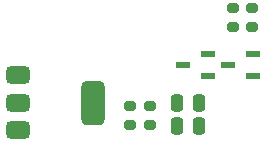
<source format=gbr>
%TF.GenerationSoftware,KiCad,Pcbnew,8.0.5*%
%TF.CreationDate,2024-09-12T13:16:26+03:00*%
%TF.ProjectId,Tactile Power Switch,54616374-696c-4652-9050-6f7765722053,rev?*%
%TF.SameCoordinates,Original*%
%TF.FileFunction,Paste,Bot*%
%TF.FilePolarity,Positive*%
%FSLAX46Y46*%
G04 Gerber Fmt 4.6, Leading zero omitted, Abs format (unit mm)*
G04 Created by KiCad (PCBNEW 8.0.5) date 2024-09-12 13:16:26*
%MOMM*%
%LPD*%
G01*
G04 APERTURE LIST*
G04 Aperture macros list*
%AMRoundRect*
0 Rectangle with rounded corners*
0 $1 Rounding radius*
0 $2 $3 $4 $5 $6 $7 $8 $9 X,Y pos of 4 corners*
0 Add a 4 corners polygon primitive as box body*
4,1,4,$2,$3,$4,$5,$6,$7,$8,$9,$2,$3,0*
0 Add four circle primitives for the rounded corners*
1,1,$1+$1,$2,$3*
1,1,$1+$1,$4,$5*
1,1,$1+$1,$6,$7*
1,1,$1+$1,$8,$9*
0 Add four rect primitives between the rounded corners*
20,1,$1+$1,$2,$3,$4,$5,0*
20,1,$1+$1,$4,$5,$6,$7,0*
20,1,$1+$1,$6,$7,$8,$9,0*
20,1,$1+$1,$8,$9,$2,$3,0*%
G04 Aperture macros list end*
%ADD10RoundRect,0.375000X-0.625000X-0.375000X0.625000X-0.375000X0.625000X0.375000X-0.625000X0.375000X0*%
%ADD11RoundRect,0.500000X-0.500000X-1.400000X0.500000X-1.400000X0.500000X1.400000X-0.500000X1.400000X0*%
%ADD12RoundRect,0.250000X-0.250000X-0.475000X0.250000X-0.475000X0.250000X0.475000X-0.250000X0.475000X0*%
%ADD13RoundRect,0.200000X-0.275000X0.200000X-0.275000X-0.200000X0.275000X-0.200000X0.275000X0.200000X0*%
%ADD14R,1.300000X0.600000*%
%ADD15RoundRect,0.200000X0.275000X-0.200000X0.275000X0.200000X-0.275000X0.200000X-0.275000X-0.200000X0*%
G04 APERTURE END LIST*
D10*
%TO.C,Q4*%
X110650000Y-70700000D03*
X110650001Y-68400000D03*
X110650000Y-66100000D03*
D11*
X116949999Y-68400000D03*
%TD*%
D12*
%TO.C,C1*%
X124100000Y-68400000D03*
X126000000Y-68400000D03*
%TD*%
D13*
%TO.C,R3*%
X128850000Y-60375000D03*
X128850000Y-62025000D03*
%TD*%
D12*
%TO.C,C2*%
X124100000Y-70400000D03*
X126000000Y-70400000D03*
%TD*%
D14*
%TO.C,Q1*%
X130500000Y-64250000D03*
X130500000Y-66150000D03*
X128400000Y-65200000D03*
%TD*%
D13*
%TO.C,R4*%
X120150000Y-68675000D03*
X120150000Y-70325000D03*
%TD*%
D15*
%TO.C,R2*%
X121850000Y-70325000D03*
X121850000Y-68675000D03*
%TD*%
D14*
%TO.C,Q2*%
X126700000Y-64250000D03*
X126700000Y-66150000D03*
X124600000Y-65200000D03*
%TD*%
D15*
%TO.C,R1*%
X130450000Y-62025000D03*
X130450000Y-60375000D03*
%TD*%
M02*

</source>
